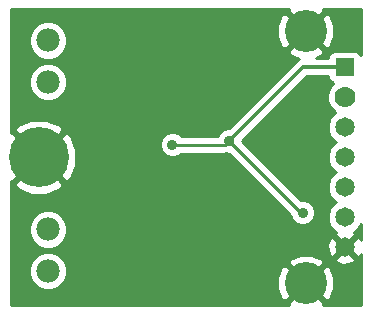
<source format=gbl>
G04 #@! TF.FileFunction,Copper,L2,Bot,Signal*
%FSLAX46Y46*%
G04 Gerber Fmt 4.6, Leading zero omitted, Abs format (unit mm)*
G04 Created by KiCad (PCBNEW (2014-11-09 BZR 5259)-product) date Sat 15 Nov 2014 10:42:28 PM PST*
%MOMM*%
G01*
G04 APERTURE LIST*
%ADD10C,0.050000*%
%ADD11R,1.524000X1.524000*%
%ADD12C,1.778000*%
%ADD13C,1.651000*%
%ADD14C,3.556000*%
%ADD15C,5.080000*%
%ADD16C,1.968500*%
%ADD17C,0.889000*%
%ADD18C,0.254000*%
%ADD19C,0.304800*%
G04 APERTURE END LIST*
D10*
D11*
X130556000Y-93980000D03*
D12*
X130556000Y-96520000D03*
D13*
X130556000Y-99060000D03*
X130556000Y-101600000D03*
X130556000Y-104140000D03*
X130556000Y-106680000D03*
X130556000Y-109220000D03*
D14*
X127254000Y-90932000D03*
X127254000Y-112268000D03*
D15*
X104648000Y-101600000D03*
D16*
X105410000Y-107724000D03*
X105410000Y-111224000D03*
X105410000Y-91722000D03*
X105410000Y-95222000D03*
D17*
X116636800Y-90170000D03*
X120396000Y-95910400D03*
X117043200Y-99568000D03*
X122123200Y-105841800D03*
X128828800Y-98069400D03*
X121666000Y-113030000D03*
X116001800Y-111582200D03*
X126974600Y-106299000D03*
X120764300Y-100215700D03*
X115951000Y-100533200D03*
D18*
X120218200Y-111582200D02*
X121666000Y-113030000D01*
X116001800Y-111582200D02*
X120218200Y-111582200D01*
D19*
X126974600Y-106299000D02*
X126847600Y-106299000D01*
X126847600Y-106299000D02*
X120764300Y-100215700D01*
X130556000Y-93980000D02*
X127000000Y-93980000D01*
X127000000Y-93980000D02*
X120764300Y-100215700D01*
D18*
X120446800Y-100533200D02*
X115951000Y-100533200D01*
X120446800Y-100533200D02*
X120764300Y-100215700D01*
D19*
X130556000Y-93980000D02*
X130530600Y-93980000D01*
D18*
G36*
X131903000Y-114123000D02*
X131402610Y-114123000D01*
X131402610Y-110246215D01*
X130556000Y-109399605D01*
X130376395Y-109579210D01*
X130376395Y-109220000D01*
X129529785Y-108373390D01*
X129281024Y-108450656D01*
X129083660Y-108997131D01*
X129110447Y-109577535D01*
X129281024Y-109989344D01*
X129529785Y-110066610D01*
X130376395Y-109220000D01*
X130376395Y-109579210D01*
X129709390Y-110246215D01*
X129786656Y-110494976D01*
X130333131Y-110692340D01*
X130913535Y-110665553D01*
X131325344Y-110494976D01*
X131402610Y-110246215D01*
X131402610Y-114123000D01*
X129672753Y-114123000D01*
X129672753Y-112718082D01*
X129660876Y-111758204D01*
X129316398Y-110926561D01*
X128968745Y-110732860D01*
X128789140Y-110912465D01*
X128789140Y-110553255D01*
X128595439Y-110205602D01*
X127704082Y-109849247D01*
X126744204Y-109861124D01*
X125912561Y-110205602D01*
X125718860Y-110553255D01*
X127254000Y-112088395D01*
X128789140Y-110553255D01*
X128789140Y-110912465D01*
X127433605Y-112268000D01*
X128968745Y-113803140D01*
X129316398Y-113609439D01*
X129672753Y-112718082D01*
X129672753Y-114123000D01*
X128710994Y-114123000D01*
X128789140Y-113982745D01*
X127254000Y-112447605D01*
X127074395Y-112627210D01*
X127074395Y-112268000D01*
X125539255Y-110732860D01*
X125191602Y-110926561D01*
X124835247Y-111817918D01*
X124847124Y-112777796D01*
X125191602Y-113609439D01*
X125539255Y-113803140D01*
X127074395Y-112268000D01*
X127074395Y-112627210D01*
X125718860Y-113982745D01*
X125797005Y-114123000D01*
X107823018Y-114123000D01*
X107823018Y-100968543D01*
X107339685Y-99801583D01*
X107339584Y-99801431D01*
X107029530Y-99593269D01*
X107029530Y-94901324D01*
X107029530Y-91401324D01*
X106783534Y-90805967D01*
X106328429Y-90350067D01*
X105733502Y-90103032D01*
X105089324Y-90102470D01*
X104493967Y-90348466D01*
X104038067Y-90803571D01*
X103791032Y-91398498D01*
X103790470Y-92042676D01*
X104036466Y-92638033D01*
X104491571Y-93093933D01*
X105086498Y-93340968D01*
X105730676Y-93341530D01*
X106326033Y-93095534D01*
X106781933Y-92640429D01*
X107028968Y-92045502D01*
X107029530Y-91401324D01*
X107029530Y-94901324D01*
X106783534Y-94305967D01*
X106328429Y-93850067D01*
X105733502Y-93603032D01*
X105089324Y-93602470D01*
X104493967Y-93848466D01*
X104038067Y-94303571D01*
X103791032Y-94898498D01*
X103790470Y-95542676D01*
X104036466Y-96138033D01*
X104491571Y-96593933D01*
X105086498Y-96840968D01*
X105730676Y-96841530D01*
X106326033Y-96595534D01*
X106781933Y-96140429D01*
X107028968Y-95545502D01*
X107029530Y-94901324D01*
X107029530Y-99593269D01*
X106912744Y-99514862D01*
X106733138Y-99694467D01*
X106733138Y-99335256D01*
X106446569Y-98908416D01*
X105279637Y-98425018D01*
X104016543Y-98424982D01*
X102849583Y-98908315D01*
X102849431Y-98908416D01*
X102562862Y-99335256D01*
X104648000Y-101420395D01*
X106733138Y-99335256D01*
X106733138Y-99694467D01*
X104827605Y-101600000D01*
X106912744Y-103685138D01*
X107339584Y-103398569D01*
X107822982Y-102231637D01*
X107823018Y-100968543D01*
X107823018Y-114123000D01*
X107029530Y-114123000D01*
X107029530Y-110903324D01*
X107029530Y-107403324D01*
X106783534Y-106807967D01*
X106733138Y-106757482D01*
X106733138Y-103864744D01*
X104648000Y-101779605D01*
X102562862Y-103864744D01*
X102849431Y-104291584D01*
X104016363Y-104774982D01*
X105279457Y-104775018D01*
X106446417Y-104291685D01*
X106446569Y-104291584D01*
X106733138Y-103864744D01*
X106733138Y-106757482D01*
X106328429Y-106352067D01*
X105733502Y-106105032D01*
X105089324Y-106104470D01*
X104493967Y-106350466D01*
X104038067Y-106805571D01*
X103791032Y-107400498D01*
X103790470Y-108044676D01*
X104036466Y-108640033D01*
X104491571Y-109095933D01*
X105086498Y-109342968D01*
X105730676Y-109343530D01*
X106326033Y-109097534D01*
X106781933Y-108642429D01*
X107028968Y-108047502D01*
X107029530Y-107403324D01*
X107029530Y-110903324D01*
X106783534Y-110307967D01*
X106328429Y-109852067D01*
X105733502Y-109605032D01*
X105089324Y-109604470D01*
X104493967Y-109850466D01*
X104038067Y-110305571D01*
X103791032Y-110900498D01*
X103790470Y-111544676D01*
X104036466Y-112140033D01*
X104491571Y-112595933D01*
X105086498Y-112842968D01*
X105730676Y-112843530D01*
X106326033Y-112597534D01*
X106781933Y-112142429D01*
X107028968Y-111547502D01*
X107029530Y-110903324D01*
X107029530Y-114123000D01*
X102285000Y-114123000D01*
X102285000Y-103619171D01*
X102383256Y-103685138D01*
X104468395Y-101600000D01*
X102383256Y-99514862D01*
X102285000Y-99580828D01*
X102285000Y-89077000D01*
X125797005Y-89077000D01*
X125718860Y-89217255D01*
X127254000Y-90752395D01*
X128789140Y-89217255D01*
X128710994Y-89077000D01*
X131903000Y-89077000D01*
X131903000Y-92970980D01*
X131856327Y-92858302D01*
X131677699Y-92679673D01*
X131444310Y-92583000D01*
X131191691Y-92583000D01*
X129672753Y-92583000D01*
X129672753Y-91382082D01*
X129660876Y-90422204D01*
X129316398Y-89590561D01*
X128968745Y-89396860D01*
X127433605Y-90932000D01*
X128968745Y-92467140D01*
X129316398Y-92273439D01*
X129672753Y-91382082D01*
X129672753Y-92583000D01*
X129667691Y-92583000D01*
X129434302Y-92679673D01*
X129255673Y-92858301D01*
X129159000Y-93091690D01*
X129159000Y-93192600D01*
X128116937Y-93192600D01*
X128595439Y-92994398D01*
X128789140Y-92646745D01*
X127254000Y-91111605D01*
X127074395Y-91291210D01*
X127074395Y-90932000D01*
X125539255Y-89396860D01*
X125191602Y-89590561D01*
X124835247Y-90481918D01*
X124847124Y-91441796D01*
X125191602Y-92273439D01*
X125539255Y-92467140D01*
X127074395Y-90932000D01*
X127074395Y-91291210D01*
X125718860Y-92646745D01*
X125912561Y-92994398D01*
X126646106Y-93287661D01*
X126443224Y-93423224D01*
X120730278Y-99136169D01*
X120550516Y-99136013D01*
X120153611Y-99300011D01*
X119849678Y-99603414D01*
X119780006Y-99771200D01*
X116715641Y-99771200D01*
X116563286Y-99618578D01*
X116166668Y-99453887D01*
X115737216Y-99453513D01*
X115340311Y-99617511D01*
X115036378Y-99920914D01*
X114871687Y-100317532D01*
X114871313Y-100746984D01*
X115035311Y-101143889D01*
X115338714Y-101447822D01*
X115735332Y-101612513D01*
X116164784Y-101612887D01*
X116561689Y-101448889D01*
X116715646Y-101295200D01*
X120446800Y-101295200D01*
X120446800Y-101295199D01*
X120515954Y-101281444D01*
X120548632Y-101295013D01*
X120730219Y-101295171D01*
X125894959Y-106459911D01*
X125894913Y-106512784D01*
X126058911Y-106909689D01*
X126362314Y-107213622D01*
X126758932Y-107378313D01*
X127188384Y-107378687D01*
X127585289Y-107214689D01*
X127889222Y-106911286D01*
X128053913Y-106514668D01*
X128054287Y-106085216D01*
X127890289Y-105688311D01*
X127586886Y-105384378D01*
X127190268Y-105219687D01*
X126881570Y-105219418D01*
X121877852Y-100215700D01*
X127326152Y-94767400D01*
X129159000Y-94767400D01*
X129159000Y-94868309D01*
X129255673Y-95101698D01*
X129434301Y-95280327D01*
X129580167Y-95340747D01*
X129264769Y-95655596D01*
X129032265Y-96215528D01*
X129031736Y-96821812D01*
X129263262Y-97382149D01*
X129691596Y-97811231D01*
X129725558Y-97825333D01*
X129318570Y-98231613D01*
X129095754Y-98768214D01*
X129095247Y-99349237D01*
X129317126Y-99886226D01*
X129727613Y-100297430D01*
X129805578Y-100329804D01*
X129729774Y-100361126D01*
X129318570Y-100771613D01*
X129095754Y-101308214D01*
X129095247Y-101889237D01*
X129317126Y-102426226D01*
X129727613Y-102837430D01*
X129805578Y-102869804D01*
X129729774Y-102901126D01*
X129318570Y-103311613D01*
X129095754Y-103848214D01*
X129095247Y-104429237D01*
X129317126Y-104966226D01*
X129727613Y-105377430D01*
X129805578Y-105409804D01*
X129729774Y-105441126D01*
X129318570Y-105851613D01*
X129095754Y-106388214D01*
X129095247Y-106969237D01*
X129317126Y-107506226D01*
X129727613Y-107917430D01*
X129790365Y-107943487D01*
X129786656Y-107945024D01*
X129709390Y-108193785D01*
X130556000Y-109040395D01*
X131402610Y-108193785D01*
X131325344Y-107945024D01*
X131321925Y-107943789D01*
X131382226Y-107918874D01*
X131793430Y-107508387D01*
X131903000Y-107244512D01*
X131903000Y-108624537D01*
X131830976Y-108450656D01*
X131582215Y-108373390D01*
X130735605Y-109220000D01*
X131582215Y-110066610D01*
X131830976Y-109989344D01*
X131903000Y-109789919D01*
X131903000Y-114123000D01*
X131903000Y-114123000D01*
G37*
X131903000Y-114123000D02*
X131402610Y-114123000D01*
X131402610Y-110246215D01*
X130556000Y-109399605D01*
X130376395Y-109579210D01*
X130376395Y-109220000D01*
X129529785Y-108373390D01*
X129281024Y-108450656D01*
X129083660Y-108997131D01*
X129110447Y-109577535D01*
X129281024Y-109989344D01*
X129529785Y-110066610D01*
X130376395Y-109220000D01*
X130376395Y-109579210D01*
X129709390Y-110246215D01*
X129786656Y-110494976D01*
X130333131Y-110692340D01*
X130913535Y-110665553D01*
X131325344Y-110494976D01*
X131402610Y-110246215D01*
X131402610Y-114123000D01*
X129672753Y-114123000D01*
X129672753Y-112718082D01*
X129660876Y-111758204D01*
X129316398Y-110926561D01*
X128968745Y-110732860D01*
X128789140Y-110912465D01*
X128789140Y-110553255D01*
X128595439Y-110205602D01*
X127704082Y-109849247D01*
X126744204Y-109861124D01*
X125912561Y-110205602D01*
X125718860Y-110553255D01*
X127254000Y-112088395D01*
X128789140Y-110553255D01*
X128789140Y-110912465D01*
X127433605Y-112268000D01*
X128968745Y-113803140D01*
X129316398Y-113609439D01*
X129672753Y-112718082D01*
X129672753Y-114123000D01*
X128710994Y-114123000D01*
X128789140Y-113982745D01*
X127254000Y-112447605D01*
X127074395Y-112627210D01*
X127074395Y-112268000D01*
X125539255Y-110732860D01*
X125191602Y-110926561D01*
X124835247Y-111817918D01*
X124847124Y-112777796D01*
X125191602Y-113609439D01*
X125539255Y-113803140D01*
X127074395Y-112268000D01*
X127074395Y-112627210D01*
X125718860Y-113982745D01*
X125797005Y-114123000D01*
X107823018Y-114123000D01*
X107823018Y-100968543D01*
X107339685Y-99801583D01*
X107339584Y-99801431D01*
X107029530Y-99593269D01*
X107029530Y-94901324D01*
X107029530Y-91401324D01*
X106783534Y-90805967D01*
X106328429Y-90350067D01*
X105733502Y-90103032D01*
X105089324Y-90102470D01*
X104493967Y-90348466D01*
X104038067Y-90803571D01*
X103791032Y-91398498D01*
X103790470Y-92042676D01*
X104036466Y-92638033D01*
X104491571Y-93093933D01*
X105086498Y-93340968D01*
X105730676Y-93341530D01*
X106326033Y-93095534D01*
X106781933Y-92640429D01*
X107028968Y-92045502D01*
X107029530Y-91401324D01*
X107029530Y-94901324D01*
X106783534Y-94305967D01*
X106328429Y-93850067D01*
X105733502Y-93603032D01*
X105089324Y-93602470D01*
X104493967Y-93848466D01*
X104038067Y-94303571D01*
X103791032Y-94898498D01*
X103790470Y-95542676D01*
X104036466Y-96138033D01*
X104491571Y-96593933D01*
X105086498Y-96840968D01*
X105730676Y-96841530D01*
X106326033Y-96595534D01*
X106781933Y-96140429D01*
X107028968Y-95545502D01*
X107029530Y-94901324D01*
X107029530Y-99593269D01*
X106912744Y-99514862D01*
X106733138Y-99694467D01*
X106733138Y-99335256D01*
X106446569Y-98908416D01*
X105279637Y-98425018D01*
X104016543Y-98424982D01*
X102849583Y-98908315D01*
X102849431Y-98908416D01*
X102562862Y-99335256D01*
X104648000Y-101420395D01*
X106733138Y-99335256D01*
X106733138Y-99694467D01*
X104827605Y-101600000D01*
X106912744Y-103685138D01*
X107339584Y-103398569D01*
X107822982Y-102231637D01*
X107823018Y-100968543D01*
X107823018Y-114123000D01*
X107029530Y-114123000D01*
X107029530Y-110903324D01*
X107029530Y-107403324D01*
X106783534Y-106807967D01*
X106733138Y-106757482D01*
X106733138Y-103864744D01*
X104648000Y-101779605D01*
X102562862Y-103864744D01*
X102849431Y-104291584D01*
X104016363Y-104774982D01*
X105279457Y-104775018D01*
X106446417Y-104291685D01*
X106446569Y-104291584D01*
X106733138Y-103864744D01*
X106733138Y-106757482D01*
X106328429Y-106352067D01*
X105733502Y-106105032D01*
X105089324Y-106104470D01*
X104493967Y-106350466D01*
X104038067Y-106805571D01*
X103791032Y-107400498D01*
X103790470Y-108044676D01*
X104036466Y-108640033D01*
X104491571Y-109095933D01*
X105086498Y-109342968D01*
X105730676Y-109343530D01*
X106326033Y-109097534D01*
X106781933Y-108642429D01*
X107028968Y-108047502D01*
X107029530Y-107403324D01*
X107029530Y-110903324D01*
X106783534Y-110307967D01*
X106328429Y-109852067D01*
X105733502Y-109605032D01*
X105089324Y-109604470D01*
X104493967Y-109850466D01*
X104038067Y-110305571D01*
X103791032Y-110900498D01*
X103790470Y-111544676D01*
X104036466Y-112140033D01*
X104491571Y-112595933D01*
X105086498Y-112842968D01*
X105730676Y-112843530D01*
X106326033Y-112597534D01*
X106781933Y-112142429D01*
X107028968Y-111547502D01*
X107029530Y-110903324D01*
X107029530Y-114123000D01*
X102285000Y-114123000D01*
X102285000Y-103619171D01*
X102383256Y-103685138D01*
X104468395Y-101600000D01*
X102383256Y-99514862D01*
X102285000Y-99580828D01*
X102285000Y-89077000D01*
X125797005Y-89077000D01*
X125718860Y-89217255D01*
X127254000Y-90752395D01*
X128789140Y-89217255D01*
X128710994Y-89077000D01*
X131903000Y-89077000D01*
X131903000Y-92970980D01*
X131856327Y-92858302D01*
X131677699Y-92679673D01*
X131444310Y-92583000D01*
X131191691Y-92583000D01*
X129672753Y-92583000D01*
X129672753Y-91382082D01*
X129660876Y-90422204D01*
X129316398Y-89590561D01*
X128968745Y-89396860D01*
X127433605Y-90932000D01*
X128968745Y-92467140D01*
X129316398Y-92273439D01*
X129672753Y-91382082D01*
X129672753Y-92583000D01*
X129667691Y-92583000D01*
X129434302Y-92679673D01*
X129255673Y-92858301D01*
X129159000Y-93091690D01*
X129159000Y-93192600D01*
X128116937Y-93192600D01*
X128595439Y-92994398D01*
X128789140Y-92646745D01*
X127254000Y-91111605D01*
X127074395Y-91291210D01*
X127074395Y-90932000D01*
X125539255Y-89396860D01*
X125191602Y-89590561D01*
X124835247Y-90481918D01*
X124847124Y-91441796D01*
X125191602Y-92273439D01*
X125539255Y-92467140D01*
X127074395Y-90932000D01*
X127074395Y-91291210D01*
X125718860Y-92646745D01*
X125912561Y-92994398D01*
X126646106Y-93287661D01*
X126443224Y-93423224D01*
X120730278Y-99136169D01*
X120550516Y-99136013D01*
X120153611Y-99300011D01*
X119849678Y-99603414D01*
X119780006Y-99771200D01*
X116715641Y-99771200D01*
X116563286Y-99618578D01*
X116166668Y-99453887D01*
X115737216Y-99453513D01*
X115340311Y-99617511D01*
X115036378Y-99920914D01*
X114871687Y-100317532D01*
X114871313Y-100746984D01*
X115035311Y-101143889D01*
X115338714Y-101447822D01*
X115735332Y-101612513D01*
X116164784Y-101612887D01*
X116561689Y-101448889D01*
X116715646Y-101295200D01*
X120446800Y-101295200D01*
X120446800Y-101295199D01*
X120515954Y-101281444D01*
X120548632Y-101295013D01*
X120730219Y-101295171D01*
X125894959Y-106459911D01*
X125894913Y-106512784D01*
X126058911Y-106909689D01*
X126362314Y-107213622D01*
X126758932Y-107378313D01*
X127188384Y-107378687D01*
X127585289Y-107214689D01*
X127889222Y-106911286D01*
X128053913Y-106514668D01*
X128054287Y-106085216D01*
X127890289Y-105688311D01*
X127586886Y-105384378D01*
X127190268Y-105219687D01*
X126881570Y-105219418D01*
X121877852Y-100215700D01*
X127326152Y-94767400D01*
X129159000Y-94767400D01*
X129159000Y-94868309D01*
X129255673Y-95101698D01*
X129434301Y-95280327D01*
X129580167Y-95340747D01*
X129264769Y-95655596D01*
X129032265Y-96215528D01*
X129031736Y-96821812D01*
X129263262Y-97382149D01*
X129691596Y-97811231D01*
X129725558Y-97825333D01*
X129318570Y-98231613D01*
X129095754Y-98768214D01*
X129095247Y-99349237D01*
X129317126Y-99886226D01*
X129727613Y-100297430D01*
X129805578Y-100329804D01*
X129729774Y-100361126D01*
X129318570Y-100771613D01*
X129095754Y-101308214D01*
X129095247Y-101889237D01*
X129317126Y-102426226D01*
X129727613Y-102837430D01*
X129805578Y-102869804D01*
X129729774Y-102901126D01*
X129318570Y-103311613D01*
X129095754Y-103848214D01*
X129095247Y-104429237D01*
X129317126Y-104966226D01*
X129727613Y-105377430D01*
X129805578Y-105409804D01*
X129729774Y-105441126D01*
X129318570Y-105851613D01*
X129095754Y-106388214D01*
X129095247Y-106969237D01*
X129317126Y-107506226D01*
X129727613Y-107917430D01*
X129790365Y-107943487D01*
X129786656Y-107945024D01*
X129709390Y-108193785D01*
X130556000Y-109040395D01*
X131402610Y-108193785D01*
X131325344Y-107945024D01*
X131321925Y-107943789D01*
X131382226Y-107918874D01*
X131793430Y-107508387D01*
X131903000Y-107244512D01*
X131903000Y-108624537D01*
X131830976Y-108450656D01*
X131582215Y-108373390D01*
X130735605Y-109220000D01*
X131582215Y-110066610D01*
X131830976Y-109989344D01*
X131903000Y-109789919D01*
X131903000Y-114123000D01*
M02*

</source>
